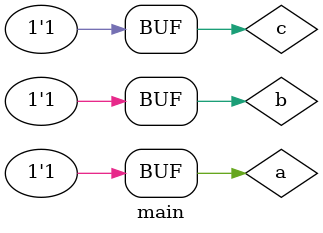
<source format=v>
module fun(output x,y,input a,b,c);
 wire t1,t2,t3;
 and(t1,a,b),(t2,b,c),(t3,c,a);
 xor(x,a,b,c);
 or(y,t1,t2,t3);
endmodule

module main;
 reg a,b,c;
 wire x,y;
 fun instance0(x,y,a,b,c);
 initial begin
  $dumpfile("outp.vcd");
  $dumpvars(1);
  $display("Function\n a b c   s  c");
  $monitor(a," ",b," ",c,"  ",x,"  ",y);
  a=0;b=0;c=0;
  #1; a=0;b=0;;c=1;
  #1; a=0;b=1;c=0;
  #1; a=0;b=1;c=1;
  #1; a=1;b=0;c=0;
  #1; a=1;b=0;c=1;
  #1; a=1;b=1;c=0;
  #1; a=1;b=1;c=1;
  #1;
 end
endmodule
</source>
